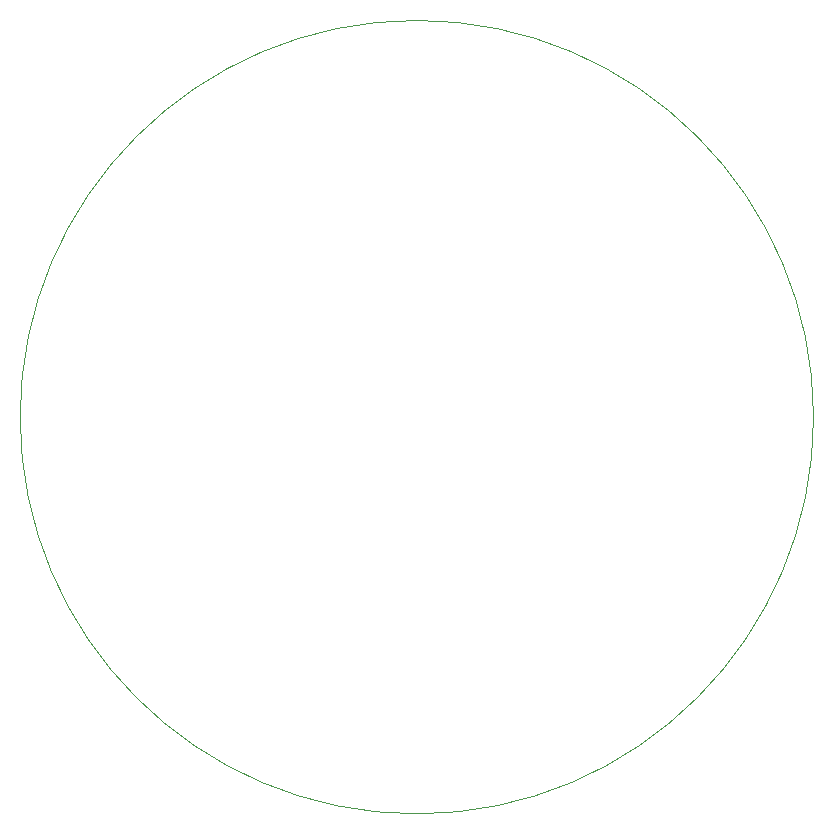
<source format=gbr>
%TF.GenerationSoftware,KiCad,Pcbnew,8.0.4*%
%TF.CreationDate,2024-08-07T13:37:20+08:00*%
%TF.ProjectId,flashlight schematic,666c6173-686c-4696-9768-742073636865,rev?*%
%TF.SameCoordinates,Original*%
%TF.FileFunction,Profile,NP*%
%FSLAX46Y46*%
G04 Gerber Fmt 4.6, Leading zero omitted, Abs format (unit mm)*
G04 Created by KiCad (PCBNEW 8.0.4) date 2024-08-07 13:37:20*
%MOMM*%
%LPD*%
G01*
G04 APERTURE LIST*
%TA.AperFunction,Profile*%
%ADD10C,0.050000*%
%TD*%
G04 APERTURE END LIST*
D10*
X183687200Y-99700000D02*
G75*
G02*
X116512800Y-99700000I-33587200J0D01*
G01*
X116512800Y-99700000D02*
G75*
G02*
X183687200Y-99700000I33587200J0D01*
G01*
M02*

</source>
